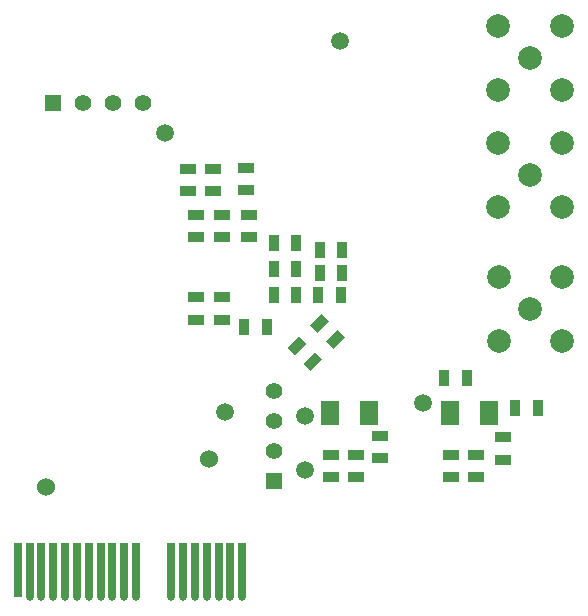
<source format=gbs>
%FSLAX34Y34*%
G04 Gerber Fmt 3.4, Leading zero omitted, Abs format*
G04 (created by PCBNEW (2014-01-02 BZR 4600)-product) date Sun 26 Jan 2014 10:04:54 PM PST*
%MOIN*%
G01*
G70*
G90*
G04 APERTURE LIST*
%ADD10C,0.005906*%
%ADD11R,0.025600X0.181100*%
%ADD12R,0.025600X0.141700*%
%ADD13O,0.025600X0.025600*%
%ADD14R,0.035000X0.055000*%
%ADD15R,0.055000X0.035000*%
%ADD16R,0.060000X0.080000*%
%ADD17R,0.055000X0.055000*%
%ADD18C,0.055000*%
%ADD19C,0.059100*%
%ADD20C,0.060000*%
%ADD21C,0.078700*%
G04 APERTURE END LIST*
G54D10*
G54D11*
X275Y-18779D03*
X669Y-18779D03*
X1062Y-18779D03*
X1456Y-18779D03*
X1850Y-18779D03*
X2243Y-18779D03*
X2637Y-18779D03*
X3031Y-18779D03*
X3424Y-18779D03*
X3818Y-18779D03*
X4212Y-18779D03*
X6180Y-18779D03*
X6574Y-18779D03*
X6968Y-18779D03*
G54D12*
X7361Y-18582D03*
G54D11*
X7755Y-18779D03*
X5393Y-18779D03*
X5787Y-18779D03*
G54D12*
X275Y-18582D03*
G54D11*
X669Y-18779D03*
X1062Y-18779D03*
X1456Y-18779D03*
X1850Y-18779D03*
X2243Y-18779D03*
X2637Y-18779D03*
X3031Y-18779D03*
X3424Y-18779D03*
X3818Y-18779D03*
X4212Y-18779D03*
X6180Y-18779D03*
X6574Y-18779D03*
X6968Y-18779D03*
X7361Y-18779D03*
X7755Y-18779D03*
X5393Y-18779D03*
X5787Y-18779D03*
G54D13*
X1456Y-19685D03*
X1850Y-19685D03*
X2243Y-19685D03*
X2637Y-19685D03*
X3031Y-19685D03*
X3424Y-19685D03*
X3818Y-19685D03*
X6180Y-19685D03*
X6574Y-19685D03*
X1062Y-19685D03*
X5787Y-19685D03*
X6968Y-19685D03*
X4212Y-19685D03*
X5393Y-19685D03*
X7361Y-19685D03*
X7755Y-19685D03*
X669Y-19685D03*
G54D14*
X10294Y-9586D03*
X11044Y-9586D03*
G54D15*
X7992Y-6928D03*
X7992Y-7678D03*
X6220Y-6928D03*
X6220Y-7678D03*
X6220Y-10434D03*
X6220Y-9684D03*
G54D14*
X9548Y-9586D03*
X8798Y-9586D03*
G54D15*
X7874Y-6103D03*
X7874Y-5353D03*
X5944Y-6142D03*
X5944Y-5392D03*
X7086Y-10434D03*
X7086Y-9684D03*
G54D14*
X9548Y-8720D03*
X8798Y-8720D03*
X9548Y-7854D03*
X8798Y-7854D03*
G54D15*
X7086Y-6928D03*
X7086Y-7678D03*
G54D14*
X10333Y-8858D03*
X11083Y-8858D03*
X10333Y-8090D03*
X11083Y-8090D03*
G54D15*
X6771Y-6142D03*
X6771Y-5392D03*
X14704Y-15670D03*
X14704Y-14920D03*
X10708Y-15670D03*
X10708Y-14920D03*
X15551Y-15670D03*
X15551Y-14920D03*
X11535Y-15670D03*
X11535Y-14920D03*
G54D16*
X15984Y-13523D03*
X14684Y-13523D03*
X11988Y-13523D03*
X10688Y-13523D03*
G54D10*
G36*
X10007Y-10612D02*
X10396Y-10223D01*
X10643Y-10471D01*
X10254Y-10860D01*
X10007Y-10612D01*
X10007Y-10612D01*
G37*
G36*
X10537Y-11142D02*
X10926Y-10754D01*
X11173Y-11001D01*
X10785Y-11390D01*
X10537Y-11142D01*
X10537Y-11142D01*
G37*
G36*
X9259Y-11360D02*
X9648Y-10971D01*
X9895Y-11219D01*
X9506Y-11608D01*
X9259Y-11360D01*
X9259Y-11360D01*
G37*
G36*
X9789Y-11890D02*
X10178Y-11502D01*
X10425Y-11749D01*
X10036Y-12138D01*
X9789Y-11890D01*
X9789Y-11890D01*
G37*
G54D14*
X15237Y-12381D03*
X14487Y-12381D03*
X16849Y-13366D03*
X17599Y-13366D03*
G54D15*
X16456Y-14349D03*
X16456Y-15099D03*
X12362Y-14290D03*
X12362Y-15040D03*
G54D14*
X7823Y-10679D03*
X8573Y-10679D03*
G54D17*
X8809Y-15801D03*
G54D18*
X8809Y-14801D03*
X8809Y-13801D03*
X8809Y-12801D03*
G54D17*
X1452Y-3218D03*
G54D18*
X2452Y-3218D03*
X3452Y-3218D03*
X4452Y-3218D03*
G54D19*
X5187Y-4192D03*
X9842Y-15452D03*
X9842Y-13641D03*
G54D20*
X1220Y-15994D03*
G54D19*
X7165Y-13503D03*
G54D20*
X6643Y-15078D03*
G54D19*
X11023Y-1131D03*
X13779Y-13208D03*
G54D21*
X17362Y-10059D03*
X18425Y-11122D03*
X18425Y-8996D03*
X16299Y-8996D03*
X16299Y-11122D03*
X17342Y-5610D03*
X18405Y-6673D03*
X18405Y-4547D03*
X16279Y-4547D03*
X16279Y-6673D03*
X17342Y-1712D03*
X18405Y-2775D03*
X18405Y-649D03*
X16279Y-649D03*
X16279Y-2775D03*
M02*

</source>
